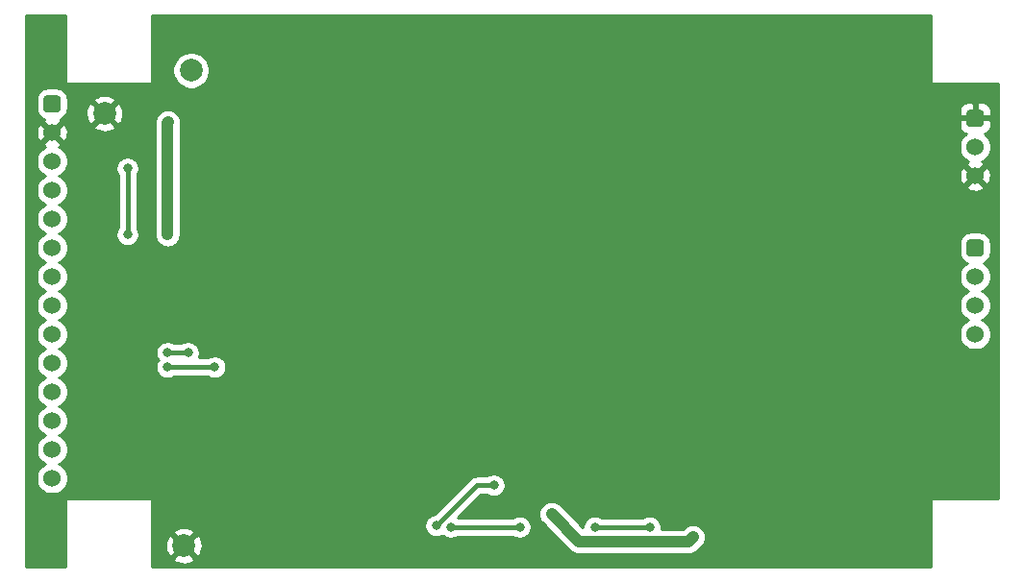
<source format=gbr>
G04 #@! TF.GenerationSoftware,KiCad,Pcbnew,(5.1.0)-1*
G04 #@! TF.CreationDate,2020-05-18T11:58:26+02:00*
G04 #@! TF.ProjectId,led_display_v1,6c65645f-6469-4737-906c-61795f76312e,rev?*
G04 #@! TF.SameCoordinates,Original*
G04 #@! TF.FileFunction,Copper,L2,Bot*
G04 #@! TF.FilePolarity,Positive*
%FSLAX46Y46*%
G04 Gerber Fmt 4.6, Leading zero omitted, Abs format (unit mm)*
G04 Created by KiCad (PCBNEW (5.1.0)-1) date 2020-05-18 11:58:26*
%MOMM*%
%LPD*%
G04 APERTURE LIST*
%ADD10C,0.100000*%
%ADD11C,1.524000*%
%ADD12C,1.998980*%
%ADD13C,0.800000*%
%ADD14C,1.000000*%
%ADD15C,0.400000*%
%ADD16C,0.254000*%
G04 APERTURE END LIST*
D10*
G36*
X103418345Y-57729835D02*
G01*
X103455329Y-57735321D01*
X103491598Y-57744406D01*
X103526802Y-57757002D01*
X103560602Y-57772988D01*
X103592672Y-57792210D01*
X103622704Y-57814483D01*
X103650408Y-57839592D01*
X103675517Y-57867296D01*
X103697790Y-57897328D01*
X103717012Y-57929398D01*
X103732998Y-57963198D01*
X103745594Y-57998402D01*
X103754679Y-58034671D01*
X103760165Y-58071655D01*
X103762000Y-58109000D01*
X103762000Y-58871000D01*
X103760165Y-58908345D01*
X103754679Y-58945329D01*
X103745594Y-58981598D01*
X103732998Y-59016802D01*
X103717012Y-59050602D01*
X103697790Y-59082672D01*
X103675517Y-59112704D01*
X103650408Y-59140408D01*
X103622704Y-59165517D01*
X103592672Y-59187790D01*
X103560602Y-59207012D01*
X103526802Y-59222998D01*
X103491598Y-59235594D01*
X103455329Y-59244679D01*
X103418345Y-59250165D01*
X103381000Y-59252000D01*
X102619000Y-59252000D01*
X102581655Y-59250165D01*
X102544671Y-59244679D01*
X102508402Y-59235594D01*
X102473198Y-59222998D01*
X102439398Y-59207012D01*
X102407328Y-59187790D01*
X102377296Y-59165517D01*
X102349592Y-59140408D01*
X102324483Y-59112704D01*
X102302210Y-59082672D01*
X102282988Y-59050602D01*
X102267002Y-59016802D01*
X102254406Y-58981598D01*
X102245321Y-58945329D01*
X102239835Y-58908345D01*
X102238000Y-58871000D01*
X102238000Y-58109000D01*
X102239835Y-58071655D01*
X102245321Y-58034671D01*
X102254406Y-57998402D01*
X102267002Y-57963198D01*
X102282988Y-57929398D01*
X102302210Y-57897328D01*
X102324483Y-57867296D01*
X102349592Y-57839592D01*
X102377296Y-57814483D01*
X102407328Y-57792210D01*
X102439398Y-57772988D01*
X102473198Y-57757002D01*
X102508402Y-57744406D01*
X102544671Y-57735321D01*
X102581655Y-57729835D01*
X102619000Y-57728000D01*
X103381000Y-57728000D01*
X103418345Y-57729835D01*
X103418345Y-57729835D01*
G37*
D11*
X103000000Y-58490000D03*
X103000000Y-61030000D03*
X103000000Y-63570000D03*
X103000000Y-66110000D03*
X103000000Y-68650000D03*
X103000000Y-71190000D03*
X103000000Y-73730000D03*
X103000000Y-76270000D03*
X103000000Y-78810000D03*
X103000000Y-81350000D03*
X103000000Y-83890000D03*
X103000000Y-86430000D03*
X103000000Y-88970000D03*
X103000000Y-91510000D03*
D10*
G36*
X184698345Y-70429835D02*
G01*
X184735329Y-70435321D01*
X184771598Y-70444406D01*
X184806802Y-70457002D01*
X184840602Y-70472988D01*
X184872672Y-70492210D01*
X184902704Y-70514483D01*
X184930408Y-70539592D01*
X184955517Y-70567296D01*
X184977790Y-70597328D01*
X184997012Y-70629398D01*
X185012998Y-70663198D01*
X185025594Y-70698402D01*
X185034679Y-70734671D01*
X185040165Y-70771655D01*
X185042000Y-70809000D01*
X185042000Y-71571000D01*
X185040165Y-71608345D01*
X185034679Y-71645329D01*
X185025594Y-71681598D01*
X185012998Y-71716802D01*
X184997012Y-71750602D01*
X184977790Y-71782672D01*
X184955517Y-71812704D01*
X184930408Y-71840408D01*
X184902704Y-71865517D01*
X184872672Y-71887790D01*
X184840602Y-71907012D01*
X184806802Y-71922998D01*
X184771598Y-71935594D01*
X184735329Y-71944679D01*
X184698345Y-71950165D01*
X184661000Y-71952000D01*
X183899000Y-71952000D01*
X183861655Y-71950165D01*
X183824671Y-71944679D01*
X183788402Y-71935594D01*
X183753198Y-71922998D01*
X183719398Y-71907012D01*
X183687328Y-71887790D01*
X183657296Y-71865517D01*
X183629592Y-71840408D01*
X183604483Y-71812704D01*
X183582210Y-71782672D01*
X183562988Y-71750602D01*
X183547002Y-71716802D01*
X183534406Y-71681598D01*
X183525321Y-71645329D01*
X183519835Y-71608345D01*
X183518000Y-71571000D01*
X183518000Y-70809000D01*
X183519835Y-70771655D01*
X183525321Y-70734671D01*
X183534406Y-70698402D01*
X183547002Y-70663198D01*
X183562988Y-70629398D01*
X183582210Y-70597328D01*
X183604483Y-70567296D01*
X183629592Y-70539592D01*
X183657296Y-70514483D01*
X183687328Y-70492210D01*
X183719398Y-70472988D01*
X183753198Y-70457002D01*
X183788402Y-70444406D01*
X183824671Y-70435321D01*
X183861655Y-70429835D01*
X183899000Y-70428000D01*
X184661000Y-70428000D01*
X184698345Y-70429835D01*
X184698345Y-70429835D01*
G37*
D11*
X184280000Y-71190000D03*
X184280000Y-73730000D03*
X184280000Y-76270000D03*
X184280000Y-78810000D03*
D10*
G36*
X184698345Y-58999835D02*
G01*
X184735329Y-59005321D01*
X184771598Y-59014406D01*
X184806802Y-59027002D01*
X184840602Y-59042988D01*
X184872672Y-59062210D01*
X184902704Y-59084483D01*
X184930408Y-59109592D01*
X184955517Y-59137296D01*
X184977790Y-59167328D01*
X184997012Y-59199398D01*
X185012998Y-59233198D01*
X185025594Y-59268402D01*
X185034679Y-59304671D01*
X185040165Y-59341655D01*
X185042000Y-59379000D01*
X185042000Y-60141000D01*
X185040165Y-60178345D01*
X185034679Y-60215329D01*
X185025594Y-60251598D01*
X185012998Y-60286802D01*
X184997012Y-60320602D01*
X184977790Y-60352672D01*
X184955517Y-60382704D01*
X184930408Y-60410408D01*
X184902704Y-60435517D01*
X184872672Y-60457790D01*
X184840602Y-60477012D01*
X184806802Y-60492998D01*
X184771598Y-60505594D01*
X184735329Y-60514679D01*
X184698345Y-60520165D01*
X184661000Y-60522000D01*
X183899000Y-60522000D01*
X183861655Y-60520165D01*
X183824671Y-60514679D01*
X183788402Y-60505594D01*
X183753198Y-60492998D01*
X183719398Y-60477012D01*
X183687328Y-60457790D01*
X183657296Y-60435517D01*
X183629592Y-60410408D01*
X183604483Y-60382704D01*
X183582210Y-60352672D01*
X183562988Y-60320602D01*
X183547002Y-60286802D01*
X183534406Y-60251598D01*
X183525321Y-60215329D01*
X183519835Y-60178345D01*
X183518000Y-60141000D01*
X183518000Y-59379000D01*
X183519835Y-59341655D01*
X183525321Y-59304671D01*
X183534406Y-59268402D01*
X183547002Y-59233198D01*
X183562988Y-59199398D01*
X183582210Y-59167328D01*
X183604483Y-59137296D01*
X183629592Y-59109592D01*
X183657296Y-59084483D01*
X183687328Y-59062210D01*
X183719398Y-59042988D01*
X183753198Y-59027002D01*
X183788402Y-59014406D01*
X183824671Y-59005321D01*
X183861655Y-58999835D01*
X183899000Y-58998000D01*
X184661000Y-58998000D01*
X184698345Y-58999835D01*
X184698345Y-58999835D01*
G37*
D11*
X184280000Y-59760000D03*
X184280000Y-62300000D03*
X184280000Y-64840000D03*
D12*
X114605000Y-97460000D03*
X115240000Y-55550000D03*
X107620000Y-59360000D03*
D13*
X161468000Y-74345988D03*
X157277000Y-68504000D03*
X162484000Y-62408000D03*
X158166000Y-56312000D03*
X168834000Y-80950000D03*
X173660000Y-80950000D03*
X168834000Y-86030000D03*
X173660000Y-86030000D03*
X175184000Y-89840000D03*
X168834000Y-63170000D03*
X173660000Y-63170000D03*
X168834000Y-68250000D03*
X173660000Y-68250000D03*
X170104000Y-72060000D03*
X175184000Y-72060000D03*
X143688000Y-74346000D03*
X134036000Y-74219000D03*
X139624000Y-68504000D03*
X144704000Y-62154000D03*
X140386000Y-56312000D03*
X135052000Y-62154000D03*
X127940000Y-86284000D03*
X122860000Y-86284000D03*
X126670000Y-72060000D03*
X126670006Y-79680000D03*
X127940000Y-68249976D03*
X123114000Y-68250000D03*
X138354002Y-80188000D03*
X156134000Y-80188000D03*
X151816000Y-74092000D03*
X152832000Y-62154006D03*
X132766000Y-88824000D03*
X150546000Y-88824000D03*
X117018000Y-60122000D03*
X162738000Y-91618000D03*
X146736000Y-92634000D03*
X109398000Y-72822000D03*
X168833996Y-91110000D03*
X113170000Y-70028000D03*
X113208000Y-60122000D03*
X159436000Y-96698000D03*
X146990002Y-94666000D03*
X117310000Y-81712000D03*
X113170000Y-81712000D03*
X109652000Y-64186000D03*
X109652000Y-70028000D03*
X114986000Y-80442000D03*
X113170000Y-80442000D03*
X136830000Y-95682000D03*
X141910006Y-92126000D03*
X138100000Y-95805990D03*
X155626000Y-95805990D03*
X144196000Y-95805990D03*
X150800000Y-95805990D03*
D14*
X113170000Y-70028000D02*
X113170000Y-60160000D01*
X113170000Y-60160000D02*
X113208000Y-60122000D01*
X149421999Y-97097999D02*
X146990000Y-94666000D01*
X159436000Y-96698000D02*
X159036001Y-97097999D01*
X159036001Y-97097999D02*
X149421999Y-97097999D01*
D15*
X117310000Y-81712000D02*
X113170000Y-81712000D01*
X109652000Y-64186000D02*
X109652000Y-70028000D01*
X114986000Y-80442000D02*
X113170000Y-80442000D01*
X141344321Y-92126000D02*
X141910006Y-92126000D01*
X140386000Y-92126000D02*
X141344321Y-92126000D01*
X136830000Y-95682000D02*
X140386000Y-92126000D01*
X138100000Y-95805990D02*
X144196000Y-95805990D01*
X155626000Y-95805990D02*
X150800000Y-95805990D01*
D16*
G36*
X104191000Y-56566000D02*
G01*
X104193440Y-56590776D01*
X104200667Y-56614601D01*
X104212403Y-56636557D01*
X104228197Y-56655803D01*
X104247443Y-56671597D01*
X104269399Y-56683333D01*
X104293224Y-56690560D01*
X104318000Y-56693000D01*
X111684000Y-56693000D01*
X111708776Y-56690560D01*
X111732601Y-56683333D01*
X111754557Y-56671597D01*
X111773803Y-56655803D01*
X111789597Y-56636557D01*
X111801333Y-56614601D01*
X111808560Y-56590776D01*
X111811000Y-56566000D01*
X111811000Y-55389017D01*
X113605510Y-55389017D01*
X113605510Y-55710983D01*
X113668322Y-56026763D01*
X113791533Y-56324222D01*
X113970408Y-56591927D01*
X114198073Y-56819592D01*
X114465778Y-56998467D01*
X114763237Y-57121678D01*
X115079017Y-57184490D01*
X115400983Y-57184490D01*
X115716763Y-57121678D01*
X116014222Y-56998467D01*
X116281927Y-56819592D01*
X116509592Y-56591927D01*
X116688467Y-56324222D01*
X116811678Y-56026763D01*
X116874490Y-55710983D01*
X116874490Y-55389017D01*
X116811678Y-55073237D01*
X116688467Y-54775778D01*
X116509592Y-54508073D01*
X116281927Y-54280408D01*
X116014222Y-54101533D01*
X115716763Y-53978322D01*
X115400983Y-53915510D01*
X115079017Y-53915510D01*
X114763237Y-53978322D01*
X114465778Y-54101533D01*
X114198073Y-54280408D01*
X113970408Y-54508073D01*
X113791533Y-54775778D01*
X113668322Y-55073237D01*
X113605510Y-55389017D01*
X111811000Y-55389017D01*
X111811000Y-50695000D01*
X180391000Y-50695000D01*
X180391000Y-56566000D01*
X180393440Y-56590776D01*
X180400667Y-56614601D01*
X180412403Y-56636557D01*
X180428197Y-56655803D01*
X180447443Y-56671597D01*
X180469399Y-56683333D01*
X180493224Y-56690560D01*
X180518000Y-56693000D01*
X186305001Y-56693000D01*
X186305000Y-93269000D01*
X180518000Y-93269000D01*
X180493224Y-93271440D01*
X180469399Y-93278667D01*
X180447443Y-93290403D01*
X180428197Y-93306197D01*
X180412403Y-93325443D01*
X180400667Y-93347399D01*
X180393440Y-93371224D01*
X180391000Y-93396000D01*
X180391000Y-99305000D01*
X111811000Y-99305000D01*
X111811000Y-98595050D01*
X113649555Y-98595050D01*
X113745258Y-98859399D01*
X114034787Y-99000238D01*
X114346229Y-99081885D01*
X114667615Y-99101205D01*
X114986595Y-99057454D01*
X115290911Y-98952314D01*
X115464742Y-98859399D01*
X115560445Y-98595050D01*
X114605000Y-97639605D01*
X113649555Y-98595050D01*
X111811000Y-98595050D01*
X111811000Y-97522615D01*
X112963795Y-97522615D01*
X113007546Y-97841595D01*
X113112686Y-98145911D01*
X113205601Y-98319742D01*
X113469950Y-98415445D01*
X114425395Y-97460000D01*
X114784605Y-97460000D01*
X115740050Y-98415445D01*
X116004399Y-98319742D01*
X116145238Y-98030213D01*
X116226885Y-97718771D01*
X116246205Y-97397385D01*
X116202454Y-97078405D01*
X116097314Y-96774089D01*
X116004399Y-96600258D01*
X115740050Y-96504555D01*
X114784605Y-97460000D01*
X114425395Y-97460000D01*
X113469950Y-96504555D01*
X113205601Y-96600258D01*
X113064762Y-96889787D01*
X112983115Y-97201229D01*
X112963795Y-97522615D01*
X111811000Y-97522615D01*
X111811000Y-96324950D01*
X113649555Y-96324950D01*
X114605000Y-97280395D01*
X115560445Y-96324950D01*
X115464742Y-96060601D01*
X115175213Y-95919762D01*
X114863771Y-95838115D01*
X114542385Y-95818795D01*
X114223405Y-95862546D01*
X113919089Y-95967686D01*
X113745258Y-96060601D01*
X113649555Y-96324950D01*
X111811000Y-96324950D01*
X111811000Y-95580061D01*
X135795000Y-95580061D01*
X135795000Y-95783939D01*
X135834774Y-95983898D01*
X135912795Y-96172256D01*
X136026063Y-96341774D01*
X136170226Y-96485937D01*
X136339744Y-96599205D01*
X136528102Y-96677226D01*
X136728061Y-96717000D01*
X136931939Y-96717000D01*
X137131898Y-96677226D01*
X137320256Y-96599205D01*
X137385745Y-96555446D01*
X137440226Y-96609927D01*
X137609744Y-96723195D01*
X137798102Y-96801216D01*
X137998061Y-96840990D01*
X138201939Y-96840990D01*
X138401898Y-96801216D01*
X138590256Y-96723195D01*
X138713285Y-96640990D01*
X143582715Y-96640990D01*
X143705744Y-96723195D01*
X143894102Y-96801216D01*
X144094061Y-96840990D01*
X144297939Y-96840990D01*
X144497898Y-96801216D01*
X144686256Y-96723195D01*
X144855774Y-96609927D01*
X144999937Y-96465764D01*
X145113205Y-96296246D01*
X145191226Y-96107888D01*
X145231000Y-95907929D01*
X145231000Y-95704051D01*
X145191226Y-95504092D01*
X145113205Y-95315734D01*
X144999937Y-95146216D01*
X144855774Y-95002053D01*
X144686256Y-94888785D01*
X144497898Y-94810764D01*
X144297939Y-94770990D01*
X144094061Y-94770990D01*
X143894102Y-94810764D01*
X143705744Y-94888785D01*
X143582715Y-94970990D01*
X138721877Y-94970990D01*
X139026867Y-94666000D01*
X145849509Y-94666000D01*
X145871423Y-94888498D01*
X145936324Y-95102446D01*
X146041717Y-95299622D01*
X146148012Y-95429143D01*
X148580008Y-97861140D01*
X148615550Y-97904448D01*
X148788376Y-98046283D01*
X148974768Y-98145911D01*
X148985552Y-98151675D01*
X149199500Y-98216576D01*
X149421999Y-98238490D01*
X149477750Y-98232999D01*
X158980250Y-98232999D01*
X159036001Y-98238490D01*
X159091752Y-98232999D01*
X159091753Y-98232999D01*
X159258500Y-98216576D01*
X159472448Y-98151675D01*
X159669624Y-98046283D01*
X159842450Y-97904448D01*
X159877997Y-97861134D01*
X160277988Y-97461143D01*
X160384283Y-97331622D01*
X160489676Y-97134446D01*
X160554577Y-96920499D01*
X160576491Y-96698001D01*
X160554577Y-96475502D01*
X160489676Y-96261554D01*
X160384283Y-96064378D01*
X160242448Y-95891552D01*
X160069622Y-95749717D01*
X159872446Y-95644324D01*
X159658498Y-95579423D01*
X159435999Y-95557509D01*
X159213501Y-95579423D01*
X158999554Y-95644324D01*
X158802378Y-95749717D01*
X158672857Y-95856012D01*
X158565870Y-95962999D01*
X156650046Y-95962999D01*
X156661000Y-95907929D01*
X156661000Y-95704051D01*
X156621226Y-95504092D01*
X156543205Y-95315734D01*
X156429937Y-95146216D01*
X156285774Y-95002053D01*
X156116256Y-94888785D01*
X155927898Y-94810764D01*
X155727939Y-94770990D01*
X155524061Y-94770990D01*
X155324102Y-94810764D01*
X155135744Y-94888785D01*
X155012715Y-94970990D01*
X151413285Y-94970990D01*
X151290256Y-94888785D01*
X151101898Y-94810764D01*
X150901939Y-94770990D01*
X150698061Y-94770990D01*
X150498102Y-94810764D01*
X150309744Y-94888785D01*
X150140226Y-95002053D01*
X149996063Y-95146216D01*
X149882795Y-95315734D01*
X149804774Y-95504092D01*
X149765000Y-95704051D01*
X149765000Y-95835868D01*
X147753143Y-93824012D01*
X147623622Y-93717717D01*
X147426446Y-93612324D01*
X147212498Y-93547423D01*
X146990000Y-93525509D01*
X146767502Y-93547423D01*
X146553554Y-93612324D01*
X146356378Y-93717717D01*
X146183552Y-93859552D01*
X146041717Y-94032378D01*
X145936324Y-94229554D01*
X145871423Y-94443502D01*
X145849509Y-94666000D01*
X139026867Y-94666000D01*
X140731868Y-92961000D01*
X141296721Y-92961000D01*
X141419750Y-93043205D01*
X141608108Y-93121226D01*
X141808067Y-93161000D01*
X142011945Y-93161000D01*
X142211904Y-93121226D01*
X142400262Y-93043205D01*
X142569780Y-92929937D01*
X142713943Y-92785774D01*
X142827211Y-92616256D01*
X142905232Y-92427898D01*
X142945006Y-92227939D01*
X142945006Y-92024061D01*
X142905232Y-91824102D01*
X142827211Y-91635744D01*
X142713943Y-91466226D01*
X142569780Y-91322063D01*
X142400262Y-91208795D01*
X142211904Y-91130774D01*
X142011945Y-91091000D01*
X141808067Y-91091000D01*
X141608108Y-91130774D01*
X141419750Y-91208795D01*
X141296721Y-91291000D01*
X140427007Y-91291000D01*
X140385999Y-91286961D01*
X140344991Y-91291000D01*
X140344981Y-91291000D01*
X140222311Y-91303082D01*
X140064913Y-91350828D01*
X139919854Y-91428364D01*
X139792709Y-91532709D01*
X139766559Y-91564573D01*
X136673226Y-94657907D01*
X136528102Y-94686774D01*
X136339744Y-94764795D01*
X136170226Y-94878063D01*
X136026063Y-95022226D01*
X135912795Y-95191744D01*
X135834774Y-95380102D01*
X135795000Y-95580061D01*
X111811000Y-95580061D01*
X111811000Y-93396000D01*
X111808560Y-93371224D01*
X111801333Y-93347399D01*
X111789597Y-93325443D01*
X111773803Y-93306197D01*
X111754557Y-93290403D01*
X111732601Y-93278667D01*
X111708776Y-93271440D01*
X111684000Y-93269000D01*
X104318000Y-93269000D01*
X104293224Y-93271440D01*
X104269399Y-93278667D01*
X104247443Y-93290403D01*
X104228197Y-93306197D01*
X104212403Y-93325443D01*
X104200667Y-93347399D01*
X104193440Y-93371224D01*
X104191000Y-93396000D01*
X104191000Y-99305000D01*
X100695000Y-99305000D01*
X100695000Y-63432408D01*
X101603000Y-63432408D01*
X101603000Y-63707592D01*
X101656686Y-63977490D01*
X101761995Y-64231727D01*
X101914880Y-64460535D01*
X102109465Y-64655120D01*
X102338273Y-64808005D01*
X102415515Y-64840000D01*
X102338273Y-64871995D01*
X102109465Y-65024880D01*
X101914880Y-65219465D01*
X101761995Y-65448273D01*
X101656686Y-65702510D01*
X101603000Y-65972408D01*
X101603000Y-66247592D01*
X101656686Y-66517490D01*
X101761995Y-66771727D01*
X101914880Y-67000535D01*
X102109465Y-67195120D01*
X102338273Y-67348005D01*
X102415515Y-67380000D01*
X102338273Y-67411995D01*
X102109465Y-67564880D01*
X101914880Y-67759465D01*
X101761995Y-67988273D01*
X101656686Y-68242510D01*
X101603000Y-68512408D01*
X101603000Y-68787592D01*
X101656686Y-69057490D01*
X101761995Y-69311727D01*
X101914880Y-69540535D01*
X102109465Y-69735120D01*
X102338273Y-69888005D01*
X102415515Y-69920000D01*
X102338273Y-69951995D01*
X102109465Y-70104880D01*
X101914880Y-70299465D01*
X101761995Y-70528273D01*
X101656686Y-70782510D01*
X101603000Y-71052408D01*
X101603000Y-71327592D01*
X101656686Y-71597490D01*
X101761995Y-71851727D01*
X101914880Y-72080535D01*
X102109465Y-72275120D01*
X102338273Y-72428005D01*
X102415515Y-72460000D01*
X102338273Y-72491995D01*
X102109465Y-72644880D01*
X101914880Y-72839465D01*
X101761995Y-73068273D01*
X101656686Y-73322510D01*
X101603000Y-73592408D01*
X101603000Y-73867592D01*
X101656686Y-74137490D01*
X101761995Y-74391727D01*
X101914880Y-74620535D01*
X102109465Y-74815120D01*
X102338273Y-74968005D01*
X102415515Y-75000000D01*
X102338273Y-75031995D01*
X102109465Y-75184880D01*
X101914880Y-75379465D01*
X101761995Y-75608273D01*
X101656686Y-75862510D01*
X101603000Y-76132408D01*
X101603000Y-76407592D01*
X101656686Y-76677490D01*
X101761995Y-76931727D01*
X101914880Y-77160535D01*
X102109465Y-77355120D01*
X102338273Y-77508005D01*
X102415515Y-77540000D01*
X102338273Y-77571995D01*
X102109465Y-77724880D01*
X101914880Y-77919465D01*
X101761995Y-78148273D01*
X101656686Y-78402510D01*
X101603000Y-78672408D01*
X101603000Y-78947592D01*
X101656686Y-79217490D01*
X101761995Y-79471727D01*
X101914880Y-79700535D01*
X102109465Y-79895120D01*
X102338273Y-80048005D01*
X102415515Y-80080000D01*
X102338273Y-80111995D01*
X102109465Y-80264880D01*
X101914880Y-80459465D01*
X101761995Y-80688273D01*
X101656686Y-80942510D01*
X101603000Y-81212408D01*
X101603000Y-81487592D01*
X101656686Y-81757490D01*
X101761995Y-82011727D01*
X101914880Y-82240535D01*
X102109465Y-82435120D01*
X102338273Y-82588005D01*
X102415515Y-82620000D01*
X102338273Y-82651995D01*
X102109465Y-82804880D01*
X101914880Y-82999465D01*
X101761995Y-83228273D01*
X101656686Y-83482510D01*
X101603000Y-83752408D01*
X101603000Y-84027592D01*
X101656686Y-84297490D01*
X101761995Y-84551727D01*
X101914880Y-84780535D01*
X102109465Y-84975120D01*
X102338273Y-85128005D01*
X102415515Y-85160000D01*
X102338273Y-85191995D01*
X102109465Y-85344880D01*
X101914880Y-85539465D01*
X101761995Y-85768273D01*
X101656686Y-86022510D01*
X101603000Y-86292408D01*
X101603000Y-86567592D01*
X101656686Y-86837490D01*
X101761995Y-87091727D01*
X101914880Y-87320535D01*
X102109465Y-87515120D01*
X102338273Y-87668005D01*
X102415515Y-87700000D01*
X102338273Y-87731995D01*
X102109465Y-87884880D01*
X101914880Y-88079465D01*
X101761995Y-88308273D01*
X101656686Y-88562510D01*
X101603000Y-88832408D01*
X101603000Y-89107592D01*
X101656686Y-89377490D01*
X101761995Y-89631727D01*
X101914880Y-89860535D01*
X102109465Y-90055120D01*
X102338273Y-90208005D01*
X102415515Y-90240000D01*
X102338273Y-90271995D01*
X102109465Y-90424880D01*
X101914880Y-90619465D01*
X101761995Y-90848273D01*
X101656686Y-91102510D01*
X101603000Y-91372408D01*
X101603000Y-91647592D01*
X101656686Y-91917490D01*
X101761995Y-92171727D01*
X101914880Y-92400535D01*
X102109465Y-92595120D01*
X102338273Y-92748005D01*
X102592510Y-92853314D01*
X102862408Y-92907000D01*
X103137592Y-92907000D01*
X103407490Y-92853314D01*
X103661727Y-92748005D01*
X103890535Y-92595120D01*
X104085120Y-92400535D01*
X104238005Y-92171727D01*
X104343314Y-91917490D01*
X104397000Y-91647592D01*
X104397000Y-91372408D01*
X104343314Y-91102510D01*
X104238005Y-90848273D01*
X104085120Y-90619465D01*
X103890535Y-90424880D01*
X103661727Y-90271995D01*
X103584485Y-90240000D01*
X103661727Y-90208005D01*
X103890535Y-90055120D01*
X104085120Y-89860535D01*
X104238005Y-89631727D01*
X104343314Y-89377490D01*
X104397000Y-89107592D01*
X104397000Y-88832408D01*
X104343314Y-88562510D01*
X104238005Y-88308273D01*
X104085120Y-88079465D01*
X103890535Y-87884880D01*
X103661727Y-87731995D01*
X103584485Y-87700000D01*
X103661727Y-87668005D01*
X103890535Y-87515120D01*
X104085120Y-87320535D01*
X104238005Y-87091727D01*
X104343314Y-86837490D01*
X104397000Y-86567592D01*
X104397000Y-86292408D01*
X104343314Y-86022510D01*
X104238005Y-85768273D01*
X104085120Y-85539465D01*
X103890535Y-85344880D01*
X103661727Y-85191995D01*
X103584485Y-85160000D01*
X103661727Y-85128005D01*
X103890535Y-84975120D01*
X104085120Y-84780535D01*
X104238005Y-84551727D01*
X104343314Y-84297490D01*
X104397000Y-84027592D01*
X104397000Y-83752408D01*
X104343314Y-83482510D01*
X104238005Y-83228273D01*
X104085120Y-82999465D01*
X103890535Y-82804880D01*
X103661727Y-82651995D01*
X103584485Y-82620000D01*
X103661727Y-82588005D01*
X103890535Y-82435120D01*
X104085120Y-82240535D01*
X104238005Y-82011727D01*
X104343314Y-81757490D01*
X104397000Y-81487592D01*
X104397000Y-81212408D01*
X104343314Y-80942510D01*
X104238005Y-80688273D01*
X104085120Y-80459465D01*
X103965716Y-80340061D01*
X112135000Y-80340061D01*
X112135000Y-80543939D01*
X112174774Y-80743898D01*
X112252795Y-80932256D01*
X112349510Y-81077000D01*
X112252795Y-81221744D01*
X112174774Y-81410102D01*
X112135000Y-81610061D01*
X112135000Y-81813939D01*
X112174774Y-82013898D01*
X112252795Y-82202256D01*
X112366063Y-82371774D01*
X112510226Y-82515937D01*
X112679744Y-82629205D01*
X112868102Y-82707226D01*
X113068061Y-82747000D01*
X113271939Y-82747000D01*
X113471898Y-82707226D01*
X113660256Y-82629205D01*
X113783285Y-82547000D01*
X116696715Y-82547000D01*
X116819744Y-82629205D01*
X117008102Y-82707226D01*
X117208061Y-82747000D01*
X117411939Y-82747000D01*
X117611898Y-82707226D01*
X117800256Y-82629205D01*
X117969774Y-82515937D01*
X118113937Y-82371774D01*
X118227205Y-82202256D01*
X118305226Y-82013898D01*
X118345000Y-81813939D01*
X118345000Y-81610061D01*
X118305226Y-81410102D01*
X118227205Y-81221744D01*
X118113937Y-81052226D01*
X117969774Y-80908063D01*
X117800256Y-80794795D01*
X117611898Y-80716774D01*
X117411939Y-80677000D01*
X117208061Y-80677000D01*
X117008102Y-80716774D01*
X116819744Y-80794795D01*
X116696715Y-80877000D01*
X115926093Y-80877000D01*
X115981226Y-80743898D01*
X116021000Y-80543939D01*
X116021000Y-80340061D01*
X115981226Y-80140102D01*
X115903205Y-79951744D01*
X115789937Y-79782226D01*
X115645774Y-79638063D01*
X115476256Y-79524795D01*
X115287898Y-79446774D01*
X115087939Y-79407000D01*
X114884061Y-79407000D01*
X114684102Y-79446774D01*
X114495744Y-79524795D01*
X114372715Y-79607000D01*
X113783285Y-79607000D01*
X113660256Y-79524795D01*
X113471898Y-79446774D01*
X113271939Y-79407000D01*
X113068061Y-79407000D01*
X112868102Y-79446774D01*
X112679744Y-79524795D01*
X112510226Y-79638063D01*
X112366063Y-79782226D01*
X112252795Y-79951744D01*
X112174774Y-80140102D01*
X112135000Y-80340061D01*
X103965716Y-80340061D01*
X103890535Y-80264880D01*
X103661727Y-80111995D01*
X103584485Y-80080000D01*
X103661727Y-80048005D01*
X103890535Y-79895120D01*
X104085120Y-79700535D01*
X104238005Y-79471727D01*
X104343314Y-79217490D01*
X104397000Y-78947592D01*
X104397000Y-78672408D01*
X104343314Y-78402510D01*
X104238005Y-78148273D01*
X104085120Y-77919465D01*
X103890535Y-77724880D01*
X103661727Y-77571995D01*
X103584485Y-77540000D01*
X103661727Y-77508005D01*
X103890535Y-77355120D01*
X104085120Y-77160535D01*
X104238005Y-76931727D01*
X104343314Y-76677490D01*
X104397000Y-76407592D01*
X104397000Y-76132408D01*
X104343314Y-75862510D01*
X104238005Y-75608273D01*
X104085120Y-75379465D01*
X103890535Y-75184880D01*
X103661727Y-75031995D01*
X103584485Y-75000000D01*
X103661727Y-74968005D01*
X103890535Y-74815120D01*
X104085120Y-74620535D01*
X104238005Y-74391727D01*
X104343314Y-74137490D01*
X104397000Y-73867592D01*
X104397000Y-73592408D01*
X104343314Y-73322510D01*
X104238005Y-73068273D01*
X104085120Y-72839465D01*
X103890535Y-72644880D01*
X103661727Y-72491995D01*
X103584485Y-72460000D01*
X103661727Y-72428005D01*
X103890535Y-72275120D01*
X104085120Y-72080535D01*
X104238005Y-71851727D01*
X104343314Y-71597490D01*
X104397000Y-71327592D01*
X104397000Y-71052408D01*
X104343314Y-70782510D01*
X104238005Y-70528273D01*
X104085120Y-70299465D01*
X103890535Y-70104880D01*
X103661727Y-69951995D01*
X103584485Y-69920000D01*
X103661727Y-69888005D01*
X103890535Y-69735120D01*
X104085120Y-69540535D01*
X104238005Y-69311727D01*
X104343314Y-69057490D01*
X104397000Y-68787592D01*
X104397000Y-68512408D01*
X104343314Y-68242510D01*
X104238005Y-67988273D01*
X104085120Y-67759465D01*
X103890535Y-67564880D01*
X103661727Y-67411995D01*
X103584485Y-67380000D01*
X103661727Y-67348005D01*
X103890535Y-67195120D01*
X104085120Y-67000535D01*
X104238005Y-66771727D01*
X104343314Y-66517490D01*
X104397000Y-66247592D01*
X104397000Y-65972408D01*
X104343314Y-65702510D01*
X104238005Y-65448273D01*
X104085120Y-65219465D01*
X103890535Y-65024880D01*
X103661727Y-64871995D01*
X103584485Y-64840000D01*
X103661727Y-64808005D01*
X103890535Y-64655120D01*
X104085120Y-64460535D01*
X104238005Y-64231727D01*
X104299170Y-64084061D01*
X108617000Y-64084061D01*
X108617000Y-64287939D01*
X108656774Y-64487898D01*
X108734795Y-64676256D01*
X108817000Y-64799285D01*
X108817001Y-69414714D01*
X108734795Y-69537744D01*
X108656774Y-69726102D01*
X108617000Y-69926061D01*
X108617000Y-70129939D01*
X108656774Y-70329898D01*
X108734795Y-70518256D01*
X108848063Y-70687774D01*
X108992226Y-70831937D01*
X109161744Y-70945205D01*
X109350102Y-71023226D01*
X109550061Y-71063000D01*
X109753939Y-71063000D01*
X109953898Y-71023226D01*
X110142256Y-70945205D01*
X110311774Y-70831937D01*
X110455937Y-70687774D01*
X110569205Y-70518256D01*
X110647226Y-70329898D01*
X110687000Y-70129939D01*
X110687000Y-69926061D01*
X110647226Y-69726102D01*
X110569205Y-69537744D01*
X110487000Y-69414715D01*
X110487000Y-64799285D01*
X110569205Y-64676256D01*
X110647226Y-64487898D01*
X110687000Y-64287939D01*
X110687000Y-64084061D01*
X110647226Y-63884102D01*
X110569205Y-63695744D01*
X110455937Y-63526226D01*
X110311774Y-63382063D01*
X110142256Y-63268795D01*
X109953898Y-63190774D01*
X109753939Y-63151000D01*
X109550061Y-63151000D01*
X109350102Y-63190774D01*
X109161744Y-63268795D01*
X108992226Y-63382063D01*
X108848063Y-63526226D01*
X108734795Y-63695744D01*
X108656774Y-63884102D01*
X108617000Y-64084061D01*
X104299170Y-64084061D01*
X104343314Y-63977490D01*
X104397000Y-63707592D01*
X104397000Y-63432408D01*
X104343314Y-63162510D01*
X104238005Y-62908273D01*
X104085120Y-62679465D01*
X103890535Y-62484880D01*
X103661727Y-62331995D01*
X103590057Y-62302308D01*
X103603023Y-62297636D01*
X103718980Y-62235656D01*
X103785960Y-61995565D01*
X103000000Y-61209605D01*
X102214040Y-61995565D01*
X102281020Y-62235656D01*
X102416760Y-62299485D01*
X102338273Y-62331995D01*
X102109465Y-62484880D01*
X101914880Y-62679465D01*
X101761995Y-62908273D01*
X101656686Y-63162510D01*
X101603000Y-63432408D01*
X100695000Y-63432408D01*
X100695000Y-61102017D01*
X101598090Y-61102017D01*
X101639078Y-61374133D01*
X101732364Y-61633023D01*
X101794344Y-61748980D01*
X102034435Y-61815960D01*
X102820395Y-61030000D01*
X103179605Y-61030000D01*
X103965565Y-61815960D01*
X104205656Y-61748980D01*
X104322756Y-61499952D01*
X104389023Y-61232865D01*
X104401910Y-60957983D01*
X104360922Y-60685867D01*
X104292165Y-60495050D01*
X106664555Y-60495050D01*
X106760258Y-60759399D01*
X107049787Y-60900238D01*
X107361229Y-60981885D01*
X107682615Y-61001205D01*
X108001595Y-60957454D01*
X108305911Y-60852314D01*
X108479742Y-60759399D01*
X108575445Y-60495050D01*
X107620000Y-59539605D01*
X106664555Y-60495050D01*
X104292165Y-60495050D01*
X104267636Y-60426977D01*
X104205656Y-60311020D01*
X103965565Y-60244040D01*
X103179605Y-61030000D01*
X102820395Y-61030000D01*
X102034435Y-60244040D01*
X101794344Y-60311020D01*
X101677244Y-60560048D01*
X101610977Y-60827135D01*
X101598090Y-61102017D01*
X100695000Y-61102017D01*
X100695000Y-58109000D01*
X101599928Y-58109000D01*
X101599928Y-58871000D01*
X101619509Y-59069811D01*
X101677500Y-59260982D01*
X101771673Y-59437166D01*
X101898407Y-59591593D01*
X102052834Y-59718327D01*
X102229018Y-59812500D01*
X102280009Y-59827968D01*
X102214040Y-60064435D01*
X103000000Y-60850395D01*
X103785960Y-60064435D01*
X103719991Y-59827968D01*
X103770982Y-59812500D01*
X103947166Y-59718327D01*
X104101593Y-59591593D01*
X104228327Y-59437166D01*
X104236104Y-59422615D01*
X105978795Y-59422615D01*
X106022546Y-59741595D01*
X106127686Y-60045911D01*
X106220601Y-60219742D01*
X106484950Y-60315445D01*
X107440395Y-59360000D01*
X107799605Y-59360000D01*
X108755050Y-60315445D01*
X109019399Y-60219742D01*
X109048460Y-60160000D01*
X112029509Y-60160000D01*
X112035001Y-60215761D01*
X112035000Y-70083751D01*
X112051423Y-70250498D01*
X112116324Y-70464446D01*
X112221716Y-70661623D01*
X112363551Y-70834449D01*
X112536377Y-70976284D01*
X112733553Y-71081676D01*
X112947501Y-71146577D01*
X113170000Y-71168491D01*
X113392498Y-71146577D01*
X113606446Y-71081676D01*
X113803623Y-70976284D01*
X113976449Y-70834449D01*
X113997334Y-70809000D01*
X182879928Y-70809000D01*
X182879928Y-71571000D01*
X182899509Y-71769811D01*
X182957500Y-71960982D01*
X183051673Y-72137166D01*
X183178407Y-72291593D01*
X183332834Y-72418327D01*
X183509018Y-72512500D01*
X183563054Y-72528892D01*
X183389465Y-72644880D01*
X183194880Y-72839465D01*
X183041995Y-73068273D01*
X182936686Y-73322510D01*
X182883000Y-73592408D01*
X182883000Y-73867592D01*
X182936686Y-74137490D01*
X183041995Y-74391727D01*
X183194880Y-74620535D01*
X183389465Y-74815120D01*
X183618273Y-74968005D01*
X183695515Y-75000000D01*
X183618273Y-75031995D01*
X183389465Y-75184880D01*
X183194880Y-75379465D01*
X183041995Y-75608273D01*
X182936686Y-75862510D01*
X182883000Y-76132408D01*
X182883000Y-76407592D01*
X182936686Y-76677490D01*
X183041995Y-76931727D01*
X183194880Y-77160535D01*
X183389465Y-77355120D01*
X183618273Y-77508005D01*
X183695515Y-77540000D01*
X183618273Y-77571995D01*
X183389465Y-77724880D01*
X183194880Y-77919465D01*
X183041995Y-78148273D01*
X182936686Y-78402510D01*
X182883000Y-78672408D01*
X182883000Y-78947592D01*
X182936686Y-79217490D01*
X183041995Y-79471727D01*
X183194880Y-79700535D01*
X183389465Y-79895120D01*
X183618273Y-80048005D01*
X183872510Y-80153314D01*
X184142408Y-80207000D01*
X184417592Y-80207000D01*
X184687490Y-80153314D01*
X184941727Y-80048005D01*
X185170535Y-79895120D01*
X185365120Y-79700535D01*
X185518005Y-79471727D01*
X185623314Y-79217490D01*
X185677000Y-78947592D01*
X185677000Y-78672408D01*
X185623314Y-78402510D01*
X185518005Y-78148273D01*
X185365120Y-77919465D01*
X185170535Y-77724880D01*
X184941727Y-77571995D01*
X184864485Y-77540000D01*
X184941727Y-77508005D01*
X185170535Y-77355120D01*
X185365120Y-77160535D01*
X185518005Y-76931727D01*
X185623314Y-76677490D01*
X185677000Y-76407592D01*
X185677000Y-76132408D01*
X185623314Y-75862510D01*
X185518005Y-75608273D01*
X185365120Y-75379465D01*
X185170535Y-75184880D01*
X184941727Y-75031995D01*
X184864485Y-75000000D01*
X184941727Y-74968005D01*
X185170535Y-74815120D01*
X185365120Y-74620535D01*
X185518005Y-74391727D01*
X185623314Y-74137490D01*
X185677000Y-73867592D01*
X185677000Y-73592408D01*
X185623314Y-73322510D01*
X185518005Y-73068273D01*
X185365120Y-72839465D01*
X185170535Y-72644880D01*
X184996946Y-72528892D01*
X185050982Y-72512500D01*
X185227166Y-72418327D01*
X185381593Y-72291593D01*
X185508327Y-72137166D01*
X185602500Y-71960982D01*
X185660491Y-71769811D01*
X185680072Y-71571000D01*
X185680072Y-70809000D01*
X185660491Y-70610189D01*
X185602500Y-70419018D01*
X185508327Y-70242834D01*
X185381593Y-70088407D01*
X185227166Y-69961673D01*
X185050982Y-69867500D01*
X184859811Y-69809509D01*
X184661000Y-69789928D01*
X183899000Y-69789928D01*
X183700189Y-69809509D01*
X183509018Y-69867500D01*
X183332834Y-69961673D01*
X183178407Y-70088407D01*
X183051673Y-70242834D01*
X182957500Y-70419018D01*
X182899509Y-70610189D01*
X182879928Y-70809000D01*
X113997334Y-70809000D01*
X114118284Y-70661623D01*
X114223676Y-70464447D01*
X114288577Y-70250499D01*
X114305000Y-70083752D01*
X114305000Y-65805565D01*
X183494040Y-65805565D01*
X183561020Y-66045656D01*
X183810048Y-66162756D01*
X184077135Y-66229023D01*
X184352017Y-66241910D01*
X184624133Y-66200922D01*
X184883023Y-66107636D01*
X184998980Y-66045656D01*
X185065960Y-65805565D01*
X184280000Y-65019605D01*
X183494040Y-65805565D01*
X114305000Y-65805565D01*
X114305000Y-64912017D01*
X182878090Y-64912017D01*
X182919078Y-65184133D01*
X183012364Y-65443023D01*
X183074344Y-65558980D01*
X183314435Y-65625960D01*
X184100395Y-64840000D01*
X184459605Y-64840000D01*
X185245565Y-65625960D01*
X185485656Y-65558980D01*
X185602756Y-65309952D01*
X185669023Y-65042865D01*
X185681910Y-64767983D01*
X185640922Y-64495867D01*
X185547636Y-64236977D01*
X185485656Y-64121020D01*
X185245565Y-64054040D01*
X184459605Y-64840000D01*
X184100395Y-64840000D01*
X183314435Y-64054040D01*
X183074344Y-64121020D01*
X182957244Y-64370048D01*
X182890977Y-64637135D01*
X182878090Y-64912017D01*
X114305000Y-64912017D01*
X114305000Y-60522000D01*
X182879928Y-60522000D01*
X182892188Y-60646482D01*
X182928498Y-60766180D01*
X182987463Y-60876494D01*
X183066815Y-60973185D01*
X183163506Y-61052537D01*
X183273820Y-61111502D01*
X183393518Y-61147812D01*
X183477465Y-61156080D01*
X183389465Y-61214880D01*
X183194880Y-61409465D01*
X183041995Y-61638273D01*
X182936686Y-61892510D01*
X182883000Y-62162408D01*
X182883000Y-62437592D01*
X182936686Y-62707490D01*
X183041995Y-62961727D01*
X183194880Y-63190535D01*
X183389465Y-63385120D01*
X183618273Y-63538005D01*
X183689943Y-63567692D01*
X183676977Y-63572364D01*
X183561020Y-63634344D01*
X183494040Y-63874435D01*
X184280000Y-64660395D01*
X185065960Y-63874435D01*
X184998980Y-63634344D01*
X184863240Y-63570515D01*
X184941727Y-63538005D01*
X185170535Y-63385120D01*
X185365120Y-63190535D01*
X185518005Y-62961727D01*
X185623314Y-62707490D01*
X185677000Y-62437592D01*
X185677000Y-62162408D01*
X185623314Y-61892510D01*
X185518005Y-61638273D01*
X185365120Y-61409465D01*
X185170535Y-61214880D01*
X185082535Y-61156080D01*
X185166482Y-61147812D01*
X185286180Y-61111502D01*
X185396494Y-61052537D01*
X185493185Y-60973185D01*
X185572537Y-60876494D01*
X185631502Y-60766180D01*
X185667812Y-60646482D01*
X185680072Y-60522000D01*
X185677000Y-60045750D01*
X185518250Y-59887000D01*
X184407000Y-59887000D01*
X184407000Y-59907000D01*
X184153000Y-59907000D01*
X184153000Y-59887000D01*
X183041750Y-59887000D01*
X182883000Y-60045750D01*
X182879928Y-60522000D01*
X114305000Y-60522000D01*
X114305000Y-60415627D01*
X114326577Y-60344499D01*
X114348491Y-60122001D01*
X114326577Y-59899502D01*
X114261675Y-59685554D01*
X114156283Y-59488378D01*
X114014448Y-59315552D01*
X113841622Y-59173717D01*
X113644446Y-59068325D01*
X113430498Y-59003423D01*
X113375437Y-58998000D01*
X182879928Y-58998000D01*
X182883000Y-59474250D01*
X183041750Y-59633000D01*
X184153000Y-59633000D01*
X184153000Y-58521750D01*
X184407000Y-58521750D01*
X184407000Y-59633000D01*
X185518250Y-59633000D01*
X185677000Y-59474250D01*
X185680072Y-58998000D01*
X185667812Y-58873518D01*
X185631502Y-58753820D01*
X185572537Y-58643506D01*
X185493185Y-58546815D01*
X185396494Y-58467463D01*
X185286180Y-58408498D01*
X185166482Y-58372188D01*
X185042000Y-58359928D01*
X184565750Y-58363000D01*
X184407000Y-58521750D01*
X184153000Y-58521750D01*
X183994250Y-58363000D01*
X183518000Y-58359928D01*
X183393518Y-58372188D01*
X183273820Y-58408498D01*
X183163506Y-58467463D01*
X183066815Y-58546815D01*
X182987463Y-58643506D01*
X182928498Y-58753820D01*
X182892188Y-58873518D01*
X182879928Y-58998000D01*
X113375437Y-58998000D01*
X113207999Y-58981509D01*
X112985501Y-59003423D01*
X112771554Y-59068325D01*
X112574378Y-59173717D01*
X112444857Y-59280012D01*
X112406860Y-59318009D01*
X112363552Y-59353551D01*
X112221717Y-59526377D01*
X112214647Y-59539605D01*
X112116324Y-59723554D01*
X112051423Y-59937502D01*
X112029509Y-60160000D01*
X109048460Y-60160000D01*
X109160238Y-59930213D01*
X109241885Y-59618771D01*
X109261205Y-59297385D01*
X109217454Y-58978405D01*
X109112314Y-58674089D01*
X109019399Y-58500258D01*
X108755050Y-58404555D01*
X107799605Y-59360000D01*
X107440395Y-59360000D01*
X106484950Y-58404555D01*
X106220601Y-58500258D01*
X106079762Y-58789787D01*
X105998115Y-59101229D01*
X105978795Y-59422615D01*
X104236104Y-59422615D01*
X104322500Y-59260982D01*
X104380491Y-59069811D01*
X104400072Y-58871000D01*
X104400072Y-58224950D01*
X106664555Y-58224950D01*
X107620000Y-59180395D01*
X108575445Y-58224950D01*
X108479742Y-57960601D01*
X108190213Y-57819762D01*
X107878771Y-57738115D01*
X107557385Y-57718795D01*
X107238405Y-57762546D01*
X106934089Y-57867686D01*
X106760258Y-57960601D01*
X106664555Y-58224950D01*
X104400072Y-58224950D01*
X104400072Y-58109000D01*
X104380491Y-57910189D01*
X104322500Y-57719018D01*
X104228327Y-57542834D01*
X104101593Y-57388407D01*
X103947166Y-57261673D01*
X103770982Y-57167500D01*
X103579811Y-57109509D01*
X103381000Y-57089928D01*
X102619000Y-57089928D01*
X102420189Y-57109509D01*
X102229018Y-57167500D01*
X102052834Y-57261673D01*
X101898407Y-57388407D01*
X101771673Y-57542834D01*
X101677500Y-57719018D01*
X101619509Y-57910189D01*
X101599928Y-58109000D01*
X100695000Y-58109000D01*
X100695000Y-50695000D01*
X104191000Y-50695000D01*
X104191000Y-56566000D01*
X104191000Y-56566000D01*
G37*
X104191000Y-56566000D02*
X104193440Y-56590776D01*
X104200667Y-56614601D01*
X104212403Y-56636557D01*
X104228197Y-56655803D01*
X104247443Y-56671597D01*
X104269399Y-56683333D01*
X104293224Y-56690560D01*
X104318000Y-56693000D01*
X111684000Y-56693000D01*
X111708776Y-56690560D01*
X111732601Y-56683333D01*
X111754557Y-56671597D01*
X111773803Y-56655803D01*
X111789597Y-56636557D01*
X111801333Y-56614601D01*
X111808560Y-56590776D01*
X111811000Y-56566000D01*
X111811000Y-55389017D01*
X113605510Y-55389017D01*
X113605510Y-55710983D01*
X113668322Y-56026763D01*
X113791533Y-56324222D01*
X113970408Y-56591927D01*
X114198073Y-56819592D01*
X114465778Y-56998467D01*
X114763237Y-57121678D01*
X115079017Y-57184490D01*
X115400983Y-57184490D01*
X115716763Y-57121678D01*
X116014222Y-56998467D01*
X116281927Y-56819592D01*
X116509592Y-56591927D01*
X116688467Y-56324222D01*
X116811678Y-56026763D01*
X116874490Y-55710983D01*
X116874490Y-55389017D01*
X116811678Y-55073237D01*
X116688467Y-54775778D01*
X116509592Y-54508073D01*
X116281927Y-54280408D01*
X116014222Y-54101533D01*
X115716763Y-53978322D01*
X115400983Y-53915510D01*
X115079017Y-53915510D01*
X114763237Y-53978322D01*
X114465778Y-54101533D01*
X114198073Y-54280408D01*
X113970408Y-54508073D01*
X113791533Y-54775778D01*
X113668322Y-55073237D01*
X113605510Y-55389017D01*
X111811000Y-55389017D01*
X111811000Y-50695000D01*
X180391000Y-50695000D01*
X180391000Y-56566000D01*
X180393440Y-56590776D01*
X180400667Y-56614601D01*
X180412403Y-56636557D01*
X180428197Y-56655803D01*
X180447443Y-56671597D01*
X180469399Y-56683333D01*
X180493224Y-56690560D01*
X180518000Y-56693000D01*
X186305001Y-56693000D01*
X186305000Y-93269000D01*
X180518000Y-93269000D01*
X180493224Y-93271440D01*
X180469399Y-93278667D01*
X180447443Y-93290403D01*
X180428197Y-93306197D01*
X180412403Y-93325443D01*
X180400667Y-93347399D01*
X180393440Y-93371224D01*
X180391000Y-93396000D01*
X180391000Y-99305000D01*
X111811000Y-99305000D01*
X111811000Y-98595050D01*
X113649555Y-98595050D01*
X113745258Y-98859399D01*
X114034787Y-99000238D01*
X114346229Y-99081885D01*
X114667615Y-99101205D01*
X114986595Y-99057454D01*
X115290911Y-98952314D01*
X115464742Y-98859399D01*
X115560445Y-98595050D01*
X114605000Y-97639605D01*
X113649555Y-98595050D01*
X111811000Y-98595050D01*
X111811000Y-97522615D01*
X112963795Y-97522615D01*
X113007546Y-97841595D01*
X113112686Y-98145911D01*
X113205601Y-98319742D01*
X113469950Y-98415445D01*
X114425395Y-97460000D01*
X114784605Y-97460000D01*
X115740050Y-98415445D01*
X116004399Y-98319742D01*
X116145238Y-98030213D01*
X116226885Y-97718771D01*
X116246205Y-97397385D01*
X116202454Y-97078405D01*
X116097314Y-96774089D01*
X116004399Y-96600258D01*
X115740050Y-96504555D01*
X114784605Y-97460000D01*
X114425395Y-97460000D01*
X113469950Y-96504555D01*
X113205601Y-96600258D01*
X113064762Y-96889787D01*
X112983115Y-97201229D01*
X112963795Y-97522615D01*
X111811000Y-97522615D01*
X111811000Y-96324950D01*
X113649555Y-96324950D01*
X114605000Y-97280395D01*
X115560445Y-96324950D01*
X115464742Y-96060601D01*
X115175213Y-95919762D01*
X114863771Y-95838115D01*
X114542385Y-95818795D01*
X114223405Y-95862546D01*
X113919089Y-95967686D01*
X113745258Y-96060601D01*
X113649555Y-96324950D01*
X111811000Y-96324950D01*
X111811000Y-95580061D01*
X135795000Y-95580061D01*
X135795000Y-95783939D01*
X135834774Y-95983898D01*
X135912795Y-96172256D01*
X136026063Y-96341774D01*
X136170226Y-96485937D01*
X136339744Y-96599205D01*
X136528102Y-96677226D01*
X136728061Y-96717000D01*
X136931939Y-96717000D01*
X137131898Y-96677226D01*
X137320256Y-96599205D01*
X137385745Y-96555446D01*
X137440226Y-96609927D01*
X137609744Y-96723195D01*
X137798102Y-96801216D01*
X137998061Y-96840990D01*
X138201939Y-96840990D01*
X138401898Y-96801216D01*
X138590256Y-96723195D01*
X138713285Y-96640990D01*
X143582715Y-96640990D01*
X143705744Y-96723195D01*
X143894102Y-96801216D01*
X144094061Y-96840990D01*
X144297939Y-96840990D01*
X144497898Y-96801216D01*
X144686256Y-96723195D01*
X144855774Y-96609927D01*
X144999937Y-96465764D01*
X145113205Y-96296246D01*
X145191226Y-96107888D01*
X145231000Y-95907929D01*
X145231000Y-95704051D01*
X145191226Y-95504092D01*
X145113205Y-95315734D01*
X144999937Y-95146216D01*
X144855774Y-95002053D01*
X144686256Y-94888785D01*
X144497898Y-94810764D01*
X144297939Y-94770990D01*
X144094061Y-94770990D01*
X143894102Y-94810764D01*
X143705744Y-94888785D01*
X143582715Y-94970990D01*
X138721877Y-94970990D01*
X139026867Y-94666000D01*
X145849509Y-94666000D01*
X145871423Y-94888498D01*
X145936324Y-95102446D01*
X146041717Y-95299622D01*
X146148012Y-95429143D01*
X148580008Y-97861140D01*
X148615550Y-97904448D01*
X148788376Y-98046283D01*
X148974768Y-98145911D01*
X148985552Y-98151675D01*
X149199500Y-98216576D01*
X149421999Y-98238490D01*
X149477750Y-98232999D01*
X158980250Y-98232999D01*
X159036001Y-98238490D01*
X159091752Y-98232999D01*
X159091753Y-98232999D01*
X159258500Y-98216576D01*
X159472448Y-98151675D01*
X159669624Y-98046283D01*
X159842450Y-97904448D01*
X159877997Y-97861134D01*
X160277988Y-97461143D01*
X160384283Y-97331622D01*
X160489676Y-97134446D01*
X160554577Y-96920499D01*
X160576491Y-96698001D01*
X160554577Y-96475502D01*
X160489676Y-96261554D01*
X160384283Y-96064378D01*
X160242448Y-95891552D01*
X160069622Y-95749717D01*
X159872446Y-95644324D01*
X159658498Y-95579423D01*
X159435999Y-95557509D01*
X159213501Y-95579423D01*
X158999554Y-95644324D01*
X158802378Y-95749717D01*
X158672857Y-95856012D01*
X158565870Y-95962999D01*
X156650046Y-95962999D01*
X156661000Y-95907929D01*
X156661000Y-95704051D01*
X156621226Y-95504092D01*
X156543205Y-95315734D01*
X156429937Y-95146216D01*
X156285774Y-95002053D01*
X156116256Y-94888785D01*
X155927898Y-94810764D01*
X155727939Y-94770990D01*
X155524061Y-94770990D01*
X155324102Y-94810764D01*
X155135744Y-94888785D01*
X155012715Y-94970990D01*
X151413285Y-94970990D01*
X151290256Y-94888785D01*
X151101898Y-94810764D01*
X150901939Y-94770990D01*
X150698061Y-94770990D01*
X150498102Y-94810764D01*
X150309744Y-94888785D01*
X150140226Y-95002053D01*
X149996063Y-95146216D01*
X149882795Y-95315734D01*
X149804774Y-95504092D01*
X149765000Y-95704051D01*
X149765000Y-95835868D01*
X147753143Y-93824012D01*
X147623622Y-93717717D01*
X147426446Y-93612324D01*
X147212498Y-93547423D01*
X146990000Y-93525509D01*
X146767502Y-93547423D01*
X146553554Y-93612324D01*
X146356378Y-93717717D01*
X146183552Y-93859552D01*
X146041717Y-94032378D01*
X145936324Y-94229554D01*
X145871423Y-94443502D01*
X145849509Y-94666000D01*
X139026867Y-94666000D01*
X140731868Y-92961000D01*
X141296721Y-92961000D01*
X141419750Y-93043205D01*
X141608108Y-93121226D01*
X141808067Y-93161000D01*
X142011945Y-93161000D01*
X142211904Y-93121226D01*
X142400262Y-93043205D01*
X142569780Y-92929937D01*
X142713943Y-92785774D01*
X142827211Y-92616256D01*
X142905232Y-92427898D01*
X142945006Y-92227939D01*
X142945006Y-92024061D01*
X142905232Y-91824102D01*
X142827211Y-91635744D01*
X142713943Y-91466226D01*
X142569780Y-91322063D01*
X142400262Y-91208795D01*
X142211904Y-91130774D01*
X142011945Y-91091000D01*
X141808067Y-91091000D01*
X141608108Y-91130774D01*
X141419750Y-91208795D01*
X141296721Y-91291000D01*
X140427007Y-91291000D01*
X140385999Y-91286961D01*
X140344991Y-91291000D01*
X140344981Y-91291000D01*
X140222311Y-91303082D01*
X140064913Y-91350828D01*
X139919854Y-91428364D01*
X139792709Y-91532709D01*
X139766559Y-91564573D01*
X136673226Y-94657907D01*
X136528102Y-94686774D01*
X136339744Y-94764795D01*
X136170226Y-94878063D01*
X136026063Y-95022226D01*
X135912795Y-95191744D01*
X135834774Y-95380102D01*
X135795000Y-95580061D01*
X111811000Y-95580061D01*
X111811000Y-93396000D01*
X111808560Y-93371224D01*
X111801333Y-93347399D01*
X111789597Y-93325443D01*
X111773803Y-93306197D01*
X111754557Y-93290403D01*
X111732601Y-93278667D01*
X111708776Y-93271440D01*
X111684000Y-93269000D01*
X104318000Y-93269000D01*
X104293224Y-93271440D01*
X104269399Y-93278667D01*
X104247443Y-93290403D01*
X104228197Y-93306197D01*
X104212403Y-93325443D01*
X104200667Y-93347399D01*
X104193440Y-93371224D01*
X104191000Y-93396000D01*
X104191000Y-99305000D01*
X100695000Y-99305000D01*
X100695000Y-63432408D01*
X101603000Y-63432408D01*
X101603000Y-63707592D01*
X101656686Y-63977490D01*
X101761995Y-64231727D01*
X101914880Y-64460535D01*
X102109465Y-64655120D01*
X102338273Y-64808005D01*
X102415515Y-64840000D01*
X102338273Y-64871995D01*
X102109465Y-65024880D01*
X101914880Y-65219465D01*
X101761995Y-65448273D01*
X101656686Y-65702510D01*
X101603000Y-65972408D01*
X101603000Y-66247592D01*
X101656686Y-66517490D01*
X101761995Y-66771727D01*
X101914880Y-67000535D01*
X102109465Y-67195120D01*
X102338273Y-67348005D01*
X102415515Y-67380000D01*
X102338273Y-67411995D01*
X102109465Y-67564880D01*
X101914880Y-67759465D01*
X101761995Y-67988273D01*
X101656686Y-68242510D01*
X101603000Y-68512408D01*
X101603000Y-68787592D01*
X101656686Y-69057490D01*
X101761995Y-69311727D01*
X101914880Y-69540535D01*
X102109465Y-69735120D01*
X102338273Y-69888005D01*
X102415515Y-69920000D01*
X102338273Y-69951995D01*
X102109465Y-70104880D01*
X101914880Y-70299465D01*
X101761995Y-70528273D01*
X101656686Y-70782510D01*
X101603000Y-71052408D01*
X101603000Y-71327592D01*
X101656686Y-71597490D01*
X101761995Y-71851727D01*
X101914880Y-72080535D01*
X102109465Y-72275120D01*
X102338273Y-72428005D01*
X102415515Y-72460000D01*
X102338273Y-72491995D01*
X102109465Y-72644880D01*
X101914880Y-72839465D01*
X101761995Y-73068273D01*
X101656686Y-73322510D01*
X101603000Y-73592408D01*
X101603000Y-73867592D01*
X101656686Y-74137490D01*
X101761995Y-74391727D01*
X101914880Y-74620535D01*
X102109465Y-74815120D01*
X102338273Y-74968005D01*
X102415515Y-75000000D01*
X102338273Y-75031995D01*
X102109465Y-75184880D01*
X101914880Y-75379465D01*
X101761995Y-75608273D01*
X101656686Y-75862510D01*
X101603000Y-76132408D01*
X101603000Y-76407592D01*
X101656686Y-76677490D01*
X101761995Y-76931727D01*
X101914880Y-77160535D01*
X102109465Y-77355120D01*
X102338273Y-77508005D01*
X102415515Y-77540000D01*
X102338273Y-77571995D01*
X102109465Y-77724880D01*
X101914880Y-77919465D01*
X101761995Y-78148273D01*
X101656686Y-78402510D01*
X101603000Y-78672408D01*
X101603000Y-78947592D01*
X101656686Y-79217490D01*
X101761995Y-79471727D01*
X101914880Y-79700535D01*
X102109465Y-79895120D01*
X102338273Y-80048005D01*
X102415515Y-80080000D01*
X102338273Y-80111995D01*
X102109465Y-80264880D01*
X101914880Y-80459465D01*
X101761995Y-80688273D01*
X101656686Y-80942510D01*
X101603000Y-81212408D01*
X101603000Y-81487592D01*
X101656686Y-81757490D01*
X101761995Y-82011727D01*
X101914880Y-82240535D01*
X102109465Y-82435120D01*
X102338273Y-82588005D01*
X102415515Y-82620000D01*
X102338273Y-82651995D01*
X102109465Y-82804880D01*
X101914880Y-82999465D01*
X101761995Y-83228273D01*
X101656686Y-83482510D01*
X101603000Y-83752408D01*
X101603000Y-84027592D01*
X101656686Y-84297490D01*
X101761995Y-84551727D01*
X101914880Y-84780535D01*
X102109465Y-84975120D01*
X102338273Y-85128005D01*
X102415515Y-85160000D01*
X102338273Y-85191995D01*
X102109465Y-85344880D01*
X101914880Y-85539465D01*
X101761995Y-85768273D01*
X101656686Y-86022510D01*
X101603000Y-86292408D01*
X101603000Y-86567592D01*
X101656686Y-86837490D01*
X101761995Y-87091727D01*
X101914880Y-87320535D01*
X102109465Y-87515120D01*
X102338273Y-87668005D01*
X102415515Y-87700000D01*
X102338273Y-87731995D01*
X102109465Y-87884880D01*
X101914880Y-88079465D01*
X101761995Y-88308273D01*
X101656686Y-88562510D01*
X101603000Y-88832408D01*
X101603000Y-89107592D01*
X101656686Y-89377490D01*
X101761995Y-89631727D01*
X101914880Y-89860535D01*
X102109465Y-90055120D01*
X102338273Y-90208005D01*
X102415515Y-90240000D01*
X102338273Y-90271995D01*
X102109465Y-90424880D01*
X101914880Y-90619465D01*
X101761995Y-90848273D01*
X101656686Y-91102510D01*
X101603000Y-91372408D01*
X101603000Y-91647592D01*
X101656686Y-91917490D01*
X101761995Y-92171727D01*
X101914880Y-92400535D01*
X102109465Y-92595120D01*
X102338273Y-92748005D01*
X102592510Y-92853314D01*
X102862408Y-92907000D01*
X103137592Y-92907000D01*
X103407490Y-92853314D01*
X103661727Y-92748005D01*
X103890535Y-92595120D01*
X104085120Y-92400535D01*
X104238005Y-92171727D01*
X104343314Y-91917490D01*
X104397000Y-91647592D01*
X104397000Y-91372408D01*
X104343314Y-91102510D01*
X104238005Y-90848273D01*
X104085120Y-90619465D01*
X103890535Y-90424880D01*
X103661727Y-90271995D01*
X103584485Y-90240000D01*
X103661727Y-90208005D01*
X103890535Y-90055120D01*
X104085120Y-89860535D01*
X104238005Y-89631727D01*
X104343314Y-89377490D01*
X104397000Y-89107592D01*
X104397000Y-88832408D01*
X104343314Y-88562510D01*
X104238005Y-88308273D01*
X104085120Y-88079465D01*
X103890535Y-87884880D01*
X103661727Y-87731995D01*
X103584485Y-87700000D01*
X103661727Y-87668005D01*
X103890535Y-87515120D01*
X104085120Y-87320535D01*
X104238005Y-87091727D01*
X104343314Y-86837490D01*
X104397000Y-86567592D01*
X104397000Y-86292408D01*
X104343314Y-86022510D01*
X104238005Y-85768273D01*
X104085120Y-85539465D01*
X103890535Y-85344880D01*
X103661727Y-85191995D01*
X103584485Y-85160000D01*
X103661727Y-85128005D01*
X103890535Y-84975120D01*
X104085120Y-84780535D01*
X104238005Y-84551727D01*
X104343314Y-84297490D01*
X104397000Y-84027592D01*
X104397000Y-83752408D01*
X104343314Y-83482510D01*
X104238005Y-83228273D01*
X104085120Y-82999465D01*
X103890535Y-82804880D01*
X103661727Y-82651995D01*
X103584485Y-82620000D01*
X103661727Y-82588005D01*
X103890535Y-82435120D01*
X104085120Y-82240535D01*
X104238005Y-82011727D01*
X104343314Y-81757490D01*
X104397000Y-81487592D01*
X104397000Y-81212408D01*
X104343314Y-80942510D01*
X104238005Y-80688273D01*
X104085120Y-80459465D01*
X103965716Y-80340061D01*
X112135000Y-80340061D01*
X112135000Y-80543939D01*
X112174774Y-80743898D01*
X112252795Y-80932256D01*
X112349510Y-81077000D01*
X112252795Y-81221744D01*
X112174774Y-81410102D01*
X112135000Y-81610061D01*
X112135000Y-81813939D01*
X112174774Y-82013898D01*
X112252795Y-82202256D01*
X112366063Y-82371774D01*
X112510226Y-82515937D01*
X112679744Y-82629205D01*
X112868102Y-82707226D01*
X113068061Y-82747000D01*
X113271939Y-82747000D01*
X113471898Y-82707226D01*
X113660256Y-82629205D01*
X113783285Y-82547000D01*
X116696715Y-82547000D01*
X116819744Y-82629205D01*
X117008102Y-82707226D01*
X117208061Y-82747000D01*
X117411939Y-82747000D01*
X117611898Y-82707226D01*
X117800256Y-82629205D01*
X117969774Y-82515937D01*
X118113937Y-82371774D01*
X118227205Y-82202256D01*
X118305226Y-82013898D01*
X118345000Y-81813939D01*
X118345000Y-81610061D01*
X118305226Y-81410102D01*
X118227205Y-81221744D01*
X118113937Y-81052226D01*
X117969774Y-80908063D01*
X117800256Y-80794795D01*
X117611898Y-80716774D01*
X117411939Y-80677000D01*
X117208061Y-80677000D01*
X117008102Y-80716774D01*
X116819744Y-80794795D01*
X116696715Y-80877000D01*
X115926093Y-80877000D01*
X115981226Y-80743898D01*
X116021000Y-80543939D01*
X116021000Y-80340061D01*
X115981226Y-80140102D01*
X115903205Y-79951744D01*
X115789937Y-79782226D01*
X115645774Y-79638063D01*
X115476256Y-79524795D01*
X115287898Y-79446774D01*
X115087939Y-79407000D01*
X114884061Y-79407000D01*
X114684102Y-79446774D01*
X114495744Y-79524795D01*
X114372715Y-79607000D01*
X113783285Y-79607000D01*
X113660256Y-79524795D01*
X113471898Y-79446774D01*
X113271939Y-79407000D01*
X113068061Y-79407000D01*
X112868102Y-79446774D01*
X112679744Y-79524795D01*
X112510226Y-79638063D01*
X112366063Y-79782226D01*
X112252795Y-79951744D01*
X112174774Y-80140102D01*
X112135000Y-80340061D01*
X103965716Y-80340061D01*
X103890535Y-80264880D01*
X103661727Y-80111995D01*
X103584485Y-80080000D01*
X103661727Y-80048005D01*
X103890535Y-79895120D01*
X104085120Y-79700535D01*
X104238005Y-79471727D01*
X104343314Y-79217490D01*
X104397000Y-78947592D01*
X104397000Y-78672408D01*
X104343314Y-78402510D01*
X104238005Y-78148273D01*
X104085120Y-77919465D01*
X103890535Y-77724880D01*
X103661727Y-77571995D01*
X103584485Y-77540000D01*
X103661727Y-77508005D01*
X103890535Y-77355120D01*
X104085120Y-77160535D01*
X104238005Y-76931727D01*
X104343314Y-76677490D01*
X104397000Y-76407592D01*
X104397000Y-76132408D01*
X104343314Y-75862510D01*
X104238005Y-75608273D01*
X104085120Y-75379465D01*
X103890535Y-75184880D01*
X103661727Y-75031995D01*
X103584485Y-75000000D01*
X103661727Y-74968005D01*
X103890535Y-74815120D01*
X104085120Y-74620535D01*
X104238005Y-74391727D01*
X104343314Y-74137490D01*
X104397000Y-73867592D01*
X104397000Y-73592408D01*
X104343314Y-73322510D01*
X104238005Y-73068273D01*
X104085120Y-72839465D01*
X103890535Y-72644880D01*
X103661727Y-72491995D01*
X103584485Y-72460000D01*
X103661727Y-72428005D01*
X103890535Y-72275120D01*
X104085120Y-72080535D01*
X104238005Y-71851727D01*
X104343314Y-71597490D01*
X104397000Y-71327592D01*
X104397000Y-71052408D01*
X104343314Y-70782510D01*
X104238005Y-70528273D01*
X104085120Y-70299465D01*
X103890535Y-70104880D01*
X103661727Y-69951995D01*
X103584485Y-69920000D01*
X103661727Y-69888005D01*
X103890535Y-69735120D01*
X104085120Y-69540535D01*
X104238005Y-69311727D01*
X104343314Y-69057490D01*
X104397000Y-68787592D01*
X104397000Y-68512408D01*
X104343314Y-68242510D01*
X104238005Y-67988273D01*
X104085120Y-67759465D01*
X103890535Y-67564880D01*
X103661727Y-67411995D01*
X103584485Y-67380000D01*
X103661727Y-67348005D01*
X103890535Y-67195120D01*
X104085120Y-67000535D01*
X104238005Y-66771727D01*
X104343314Y-66517490D01*
X104397000Y-66247592D01*
X104397000Y-65972408D01*
X104343314Y-65702510D01*
X104238005Y-65448273D01*
X104085120Y-65219465D01*
X103890535Y-65024880D01*
X103661727Y-64871995D01*
X103584485Y-64840000D01*
X103661727Y-64808005D01*
X103890535Y-64655120D01*
X104085120Y-64460535D01*
X104238005Y-64231727D01*
X104299170Y-64084061D01*
X108617000Y-64084061D01*
X108617000Y-64287939D01*
X108656774Y-64487898D01*
X108734795Y-64676256D01*
X108817000Y-64799285D01*
X108817001Y-69414714D01*
X108734795Y-69537744D01*
X108656774Y-69726102D01*
X108617000Y-69926061D01*
X108617000Y-70129939D01*
X108656774Y-70329898D01*
X108734795Y-70518256D01*
X108848063Y-70687774D01*
X108992226Y-70831937D01*
X109161744Y-70945205D01*
X109350102Y-71023226D01*
X109550061Y-71063000D01*
X109753939Y-71063000D01*
X109953898Y-71023226D01*
X110142256Y-70945205D01*
X110311774Y-70831937D01*
X110455937Y-70687774D01*
X110569205Y-70518256D01*
X110647226Y-70329898D01*
X110687000Y-70129939D01*
X110687000Y-69926061D01*
X110647226Y-69726102D01*
X110569205Y-69537744D01*
X110487000Y-69414715D01*
X110487000Y-64799285D01*
X110569205Y-64676256D01*
X110647226Y-64487898D01*
X110687000Y-64287939D01*
X110687000Y-64084061D01*
X110647226Y-63884102D01*
X110569205Y-63695744D01*
X110455937Y-63526226D01*
X110311774Y-63382063D01*
X110142256Y-63268795D01*
X109953898Y-63190774D01*
X109753939Y-63151000D01*
X109550061Y-63151000D01*
X109350102Y-63190774D01*
X109161744Y-63268795D01*
X108992226Y-63382063D01*
X108848063Y-63526226D01*
X108734795Y-63695744D01*
X108656774Y-63884102D01*
X108617000Y-64084061D01*
X104299170Y-64084061D01*
X104343314Y-63977490D01*
X104397000Y-63707592D01*
X104397000Y-63432408D01*
X104343314Y-63162510D01*
X104238005Y-62908273D01*
X104085120Y-62679465D01*
X103890535Y-62484880D01*
X103661727Y-62331995D01*
X103590057Y-62302308D01*
X103603023Y-62297636D01*
X103718980Y-62235656D01*
X103785960Y-61995565D01*
X103000000Y-61209605D01*
X102214040Y-61995565D01*
X102281020Y-62235656D01*
X102416760Y-62299485D01*
X102338273Y-62331995D01*
X102109465Y-62484880D01*
X101914880Y-62679465D01*
X101761995Y-62908273D01*
X101656686Y-63162510D01*
X101603000Y-63432408D01*
X100695000Y-63432408D01*
X100695000Y-61102017D01*
X101598090Y-61102017D01*
X101639078Y-61374133D01*
X101732364Y-61633023D01*
X101794344Y-61748980D01*
X102034435Y-61815960D01*
X102820395Y-61030000D01*
X103179605Y-61030000D01*
X103965565Y-61815960D01*
X104205656Y-61748980D01*
X104322756Y-61499952D01*
X104389023Y-61232865D01*
X104401910Y-60957983D01*
X104360922Y-60685867D01*
X104292165Y-60495050D01*
X106664555Y-60495050D01*
X106760258Y-60759399D01*
X107049787Y-60900238D01*
X107361229Y-60981885D01*
X107682615Y-61001205D01*
X108001595Y-60957454D01*
X108305911Y-60852314D01*
X108479742Y-60759399D01*
X108575445Y-60495050D01*
X107620000Y-59539605D01*
X106664555Y-60495050D01*
X104292165Y-60495050D01*
X104267636Y-60426977D01*
X104205656Y-60311020D01*
X103965565Y-60244040D01*
X103179605Y-61030000D01*
X102820395Y-61030000D01*
X102034435Y-60244040D01*
X101794344Y-60311020D01*
X101677244Y-60560048D01*
X101610977Y-60827135D01*
X101598090Y-61102017D01*
X100695000Y-61102017D01*
X100695000Y-58109000D01*
X101599928Y-58109000D01*
X101599928Y-58871000D01*
X101619509Y-59069811D01*
X101677500Y-59260982D01*
X101771673Y-59437166D01*
X101898407Y-59591593D01*
X102052834Y-59718327D01*
X102229018Y-59812500D01*
X102280009Y-59827968D01*
X102214040Y-60064435D01*
X103000000Y-60850395D01*
X103785960Y-60064435D01*
X103719991Y-59827968D01*
X103770982Y-59812500D01*
X103947166Y-59718327D01*
X104101593Y-59591593D01*
X104228327Y-59437166D01*
X104236104Y-59422615D01*
X105978795Y-59422615D01*
X106022546Y-59741595D01*
X106127686Y-60045911D01*
X106220601Y-60219742D01*
X106484950Y-60315445D01*
X107440395Y-59360000D01*
X107799605Y-59360000D01*
X108755050Y-60315445D01*
X109019399Y-60219742D01*
X109048460Y-60160000D01*
X112029509Y-60160000D01*
X112035001Y-60215761D01*
X112035000Y-70083751D01*
X112051423Y-70250498D01*
X112116324Y-70464446D01*
X112221716Y-70661623D01*
X112363551Y-70834449D01*
X112536377Y-70976284D01*
X112733553Y-71081676D01*
X112947501Y-71146577D01*
X113170000Y-71168491D01*
X113392498Y-71146577D01*
X113606446Y-71081676D01*
X113803623Y-70976284D01*
X113976449Y-70834449D01*
X113997334Y-70809000D01*
X182879928Y-70809000D01*
X182879928Y-71571000D01*
X182899509Y-71769811D01*
X182957500Y-71960982D01*
X183051673Y-72137166D01*
X183178407Y-72291593D01*
X183332834Y-72418327D01*
X183509018Y-72512500D01*
X183563054Y-72528892D01*
X183389465Y-72644880D01*
X183194880Y-72839465D01*
X183041995Y-73068273D01*
X182936686Y-73322510D01*
X182883000Y-73592408D01*
X182883000Y-73867592D01*
X182936686Y-74137490D01*
X183041995Y-74391727D01*
X183194880Y-74620535D01*
X183389465Y-74815120D01*
X183618273Y-74968005D01*
X183695515Y-75000000D01*
X183618273Y-75031995D01*
X183389465Y-75184880D01*
X183194880Y-75379465D01*
X183041995Y-75608273D01*
X182936686Y-75862510D01*
X182883000Y-76132408D01*
X182883000Y-76407592D01*
X182936686Y-76677490D01*
X183041995Y-76931727D01*
X183194880Y-77160535D01*
X183389465Y-77355120D01*
X183618273Y-77508005D01*
X183695515Y-77540000D01*
X183618273Y-77571995D01*
X183389465Y-77724880D01*
X183194880Y-77919465D01*
X183041995Y-78148273D01*
X182936686Y-78402510D01*
X182883000Y-78672408D01*
X182883000Y-78947592D01*
X182936686Y-79217490D01*
X183041995Y-79471727D01*
X183194880Y-79700535D01*
X183389465Y-79895120D01*
X183618273Y-80048005D01*
X183872510Y-80153314D01*
X184142408Y-80207000D01*
X184417592Y-80207000D01*
X184687490Y-80153314D01*
X184941727Y-80048005D01*
X185170535Y-79895120D01*
X185365120Y-79700535D01*
X185518005Y-79471727D01*
X185623314Y-79217490D01*
X185677000Y-78947592D01*
X185677000Y-78672408D01*
X185623314Y-78402510D01*
X185518005Y-78148273D01*
X185365120Y-77919465D01*
X185170535Y-77724880D01*
X184941727Y-77571995D01*
X184864485Y-77540000D01*
X184941727Y-77508005D01*
X185170535Y-77355120D01*
X185365120Y-77160535D01*
X185518005Y-76931727D01*
X185623314Y-76677490D01*
X185677000Y-76407592D01*
X185677000Y-76132408D01*
X185623314Y-75862510D01*
X185518005Y-75608273D01*
X185365120Y-75379465D01*
X185170535Y-75184880D01*
X184941727Y-75031995D01*
X184864485Y-75000000D01*
X184941727Y-74968005D01*
X185170535Y-74815120D01*
X185365120Y-74620535D01*
X185518005Y-74391727D01*
X185623314Y-74137490D01*
X185677000Y-73867592D01*
X185677000Y-73592408D01*
X185623314Y-73322510D01*
X185518005Y-73068273D01*
X185365120Y-72839465D01*
X185170535Y-72644880D01*
X184996946Y-72528892D01*
X185050982Y-72512500D01*
X185227166Y-72418327D01*
X185381593Y-72291593D01*
X185508327Y-72137166D01*
X185602500Y-71960982D01*
X185660491Y-71769811D01*
X185680072Y-71571000D01*
X185680072Y-70809000D01*
X185660491Y-70610189D01*
X185602500Y-70419018D01*
X185508327Y-70242834D01*
X185381593Y-70088407D01*
X185227166Y-69961673D01*
X185050982Y-69867500D01*
X184859811Y-69809509D01*
X184661000Y-69789928D01*
X183899000Y-69789928D01*
X183700189Y-69809509D01*
X183509018Y-69867500D01*
X183332834Y-69961673D01*
X183178407Y-70088407D01*
X183051673Y-70242834D01*
X182957500Y-70419018D01*
X182899509Y-70610189D01*
X182879928Y-70809000D01*
X113997334Y-70809000D01*
X114118284Y-70661623D01*
X114223676Y-70464447D01*
X114288577Y-70250499D01*
X114305000Y-70083752D01*
X114305000Y-65805565D01*
X183494040Y-65805565D01*
X183561020Y-66045656D01*
X183810048Y-66162756D01*
X184077135Y-66229023D01*
X184352017Y-66241910D01*
X184624133Y-66200922D01*
X184883023Y-66107636D01*
X184998980Y-66045656D01*
X185065960Y-65805565D01*
X184280000Y-65019605D01*
X183494040Y-65805565D01*
X114305000Y-65805565D01*
X114305000Y-64912017D01*
X182878090Y-64912017D01*
X182919078Y-65184133D01*
X183012364Y-65443023D01*
X183074344Y-65558980D01*
X183314435Y-65625960D01*
X184100395Y-64840000D01*
X184459605Y-64840000D01*
X185245565Y-65625960D01*
X185485656Y-65558980D01*
X185602756Y-65309952D01*
X185669023Y-65042865D01*
X185681910Y-64767983D01*
X185640922Y-64495867D01*
X185547636Y-64236977D01*
X185485656Y-64121020D01*
X185245565Y-64054040D01*
X184459605Y-64840000D01*
X184100395Y-64840000D01*
X183314435Y-64054040D01*
X183074344Y-64121020D01*
X182957244Y-64370048D01*
X182890977Y-64637135D01*
X182878090Y-64912017D01*
X114305000Y-64912017D01*
X114305000Y-60522000D01*
X182879928Y-60522000D01*
X182892188Y-60646482D01*
X182928498Y-60766180D01*
X182987463Y-60876494D01*
X183066815Y-60973185D01*
X183163506Y-61052537D01*
X183273820Y-61111502D01*
X183393518Y-61147812D01*
X183477465Y-61156080D01*
X183389465Y-61214880D01*
X183194880Y-61409465D01*
X183041995Y-61638273D01*
X182936686Y-61892510D01*
X182883000Y-62162408D01*
X182883000Y-62437592D01*
X182936686Y-62707490D01*
X183041995Y-62961727D01*
X183194880Y-63190535D01*
X183389465Y-63385120D01*
X183618273Y-63538005D01*
X183689943Y-63567692D01*
X183676977Y-63572364D01*
X183561020Y-63634344D01*
X183494040Y-63874435D01*
X184280000Y-64660395D01*
X185065960Y-63874435D01*
X184998980Y-63634344D01*
X184863240Y-63570515D01*
X184941727Y-63538005D01*
X185170535Y-63385120D01*
X185365120Y-63190535D01*
X185518005Y-62961727D01*
X185623314Y-62707490D01*
X185677000Y-62437592D01*
X185677000Y-62162408D01*
X185623314Y-61892510D01*
X185518005Y-61638273D01*
X185365120Y-61409465D01*
X185170535Y-61214880D01*
X185082535Y-61156080D01*
X185166482Y-61147812D01*
X185286180Y-61111502D01*
X185396494Y-61052537D01*
X185493185Y-60973185D01*
X185572537Y-60876494D01*
X185631502Y-60766180D01*
X185667812Y-60646482D01*
X185680072Y-60522000D01*
X185677000Y-60045750D01*
X185518250Y-59887000D01*
X184407000Y-59887000D01*
X184407000Y-59907000D01*
X184153000Y-59907000D01*
X184153000Y-59887000D01*
X183041750Y-59887000D01*
X182883000Y-60045750D01*
X182879928Y-60522000D01*
X114305000Y-60522000D01*
X114305000Y-60415627D01*
X114326577Y-60344499D01*
X114348491Y-60122001D01*
X114326577Y-59899502D01*
X114261675Y-59685554D01*
X114156283Y-59488378D01*
X114014448Y-59315552D01*
X113841622Y-59173717D01*
X113644446Y-59068325D01*
X113430498Y-59003423D01*
X113375437Y-58998000D01*
X182879928Y-58998000D01*
X182883000Y-59474250D01*
X183041750Y-59633000D01*
X184153000Y-59633000D01*
X184153000Y-58521750D01*
X184407000Y-58521750D01*
X184407000Y-59633000D01*
X185518250Y-59633000D01*
X185677000Y-59474250D01*
X185680072Y-58998000D01*
X185667812Y-58873518D01*
X185631502Y-58753820D01*
X185572537Y-58643506D01*
X185493185Y-58546815D01*
X185396494Y-58467463D01*
X185286180Y-58408498D01*
X185166482Y-58372188D01*
X185042000Y-58359928D01*
X184565750Y-58363000D01*
X184407000Y-58521750D01*
X184153000Y-58521750D01*
X183994250Y-58363000D01*
X183518000Y-58359928D01*
X183393518Y-58372188D01*
X183273820Y-58408498D01*
X183163506Y-58467463D01*
X183066815Y-58546815D01*
X182987463Y-58643506D01*
X182928498Y-58753820D01*
X182892188Y-58873518D01*
X182879928Y-58998000D01*
X113375437Y-58998000D01*
X113207999Y-58981509D01*
X112985501Y-59003423D01*
X112771554Y-59068325D01*
X112574378Y-59173717D01*
X112444857Y-59280012D01*
X112406860Y-59318009D01*
X112363552Y-59353551D01*
X112221717Y-59526377D01*
X112214647Y-59539605D01*
X112116324Y-59723554D01*
X112051423Y-59937502D01*
X112029509Y-60160000D01*
X109048460Y-60160000D01*
X109160238Y-59930213D01*
X109241885Y-59618771D01*
X109261205Y-59297385D01*
X109217454Y-58978405D01*
X109112314Y-58674089D01*
X109019399Y-58500258D01*
X108755050Y-58404555D01*
X107799605Y-59360000D01*
X107440395Y-59360000D01*
X106484950Y-58404555D01*
X106220601Y-58500258D01*
X106079762Y-58789787D01*
X105998115Y-59101229D01*
X105978795Y-59422615D01*
X104236104Y-59422615D01*
X104322500Y-59260982D01*
X104380491Y-59069811D01*
X104400072Y-58871000D01*
X104400072Y-58224950D01*
X106664555Y-58224950D01*
X107620000Y-59180395D01*
X108575445Y-58224950D01*
X108479742Y-57960601D01*
X108190213Y-57819762D01*
X107878771Y-57738115D01*
X107557385Y-57718795D01*
X107238405Y-57762546D01*
X106934089Y-57867686D01*
X106760258Y-57960601D01*
X106664555Y-58224950D01*
X104400072Y-58224950D01*
X104400072Y-58109000D01*
X104380491Y-57910189D01*
X104322500Y-57719018D01*
X104228327Y-57542834D01*
X104101593Y-57388407D01*
X103947166Y-57261673D01*
X103770982Y-57167500D01*
X103579811Y-57109509D01*
X103381000Y-57089928D01*
X102619000Y-57089928D01*
X102420189Y-57109509D01*
X102229018Y-57167500D01*
X102052834Y-57261673D01*
X101898407Y-57388407D01*
X101771673Y-57542834D01*
X101677500Y-57719018D01*
X101619509Y-57910189D01*
X101599928Y-58109000D01*
X100695000Y-58109000D01*
X100695000Y-50695000D01*
X104191000Y-50695000D01*
X104191000Y-56566000D01*
M02*

</source>
